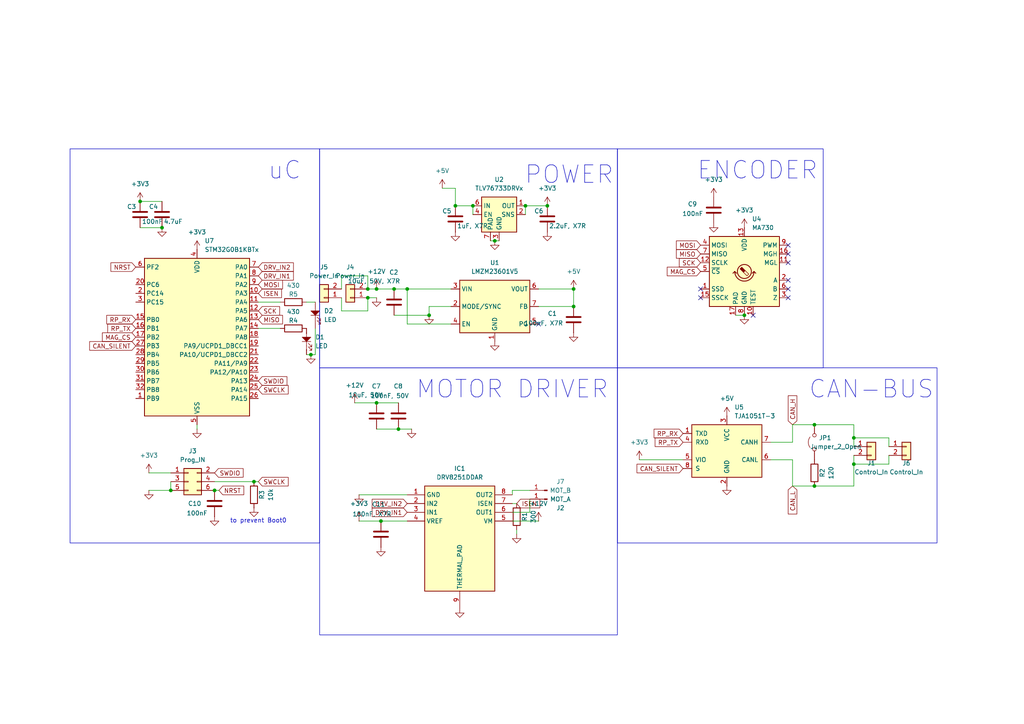
<source format=kicad_sch>
(kicad_sch (version 20231120) (generator "eeschema") (generator_version "8.0")
  (paper "A4")
  (lib_symbols
    (symbol "Connector:Conn_01x01_Pin" (pin_names (offset 1.016) hide)
      (property "Reference" "J" (at 0 2.54 0))
      (property "Value" "Conn_01x01_Pin" (at 0 -2.54 0))
      (symbol "Conn_01x01_Pin_1_1"
        (polyline (pts (xy 1.27 0) (xy 0.8636 0)) (stroke (width 0.1524)))
        (rectangle (start 0.8636 0.127) (end 0 -0.127) (stroke (width 0.1524)) (fill (type outline)))
        (pin passive line (at 5.08 0 180) (length 3.81) (name "Pin_1") (number "1"))
      )
    )
    (symbol "Connector_Generic:Conn_01x02" (pin_names (offset 1.016) hide)
      (property "Reference" "J" (at 0 2.54 0))
      (property "Value" "Conn_01x02" (at 0 -5.08 0))
      (symbol "Conn_01x02_1_1"
        (rectangle (start -1.27 -2.413) (end 0 -2.667) (stroke (width 0.1524)))
        (rectangle (start -1.27 0.127) (end 0 -0.127) (stroke (width 0.1524)))
        (rectangle (start -1.27 1.27) (end 1.27 -3.81) (stroke (width 0.254)) (fill (type background)))
        (pin passive line (at -5.08 0 0) (length 3.81) (name "Pin_1") (number "1"))
        (pin passive line (at -5.08 -2.54 0) (length 3.81) (name "Pin_2") (number "2"))
      )
    )
    (symbol "Connector_Generic:Conn_02x03_Odd_Even" (pin_names (offset 1.016) hide)
      (property "Reference" "J" (at 1.27 5.08 0))
      (property "Value" "Conn_02x03_Odd_Even" (at 1.27 -5.08 0))
      (symbol "Conn_02x03_Odd_Even_1_1"
        (rectangle (start -1.27 -2.413) (end 0 -2.667) (stroke (width 0.1524)))
        (rectangle (start -1.27 0.127) (end 0 -0.127) (stroke (width 0.1524)))
        (rectangle (start -1.27 2.667) (end 0 2.413) (stroke (width 0.1524)))
        (rectangle (start -1.27 3.81) (end 3.81 -3.81) (stroke (width 0.254)) (fill (type background)))
        (rectangle (start 3.81 -2.413) (end 2.54 -2.667) (stroke (width 0.1524)))
        (rectangle (start 3.81 0.127) (end 2.54 -0.127) (stroke (width 0.1524)))
        (rectangle (start 3.81 2.667) (end 2.54 2.413) (stroke (width 0.1524)))
        (pin passive line (at -5.08 2.54 0) (length 3.81) (name "Pin_1") (number "1"))
        (pin passive line (at 7.62 2.54 180) (length 3.81) (name "Pin_2") (number "2"))
        (pin passive line (at -5.08 0 0) (length 3.81) (name "Pin_3") (number "3"))
        (pin passive line (at 7.62 0 180) (length 3.81) (name "Pin_4") (number "4"))
        (pin passive line (at -5.08 -2.54 0) (length 3.81) (name "Pin_5") (number "5"))
        (pin passive line (at 7.62 -2.54 180) (length 3.81) (name "Pin_6") (number "6"))
      )
    )
    (symbol "Device:C" (pin_numbers hide) (pin_names (offset 0.254))
      (property "Reference" "C" (at 0.635 2.54 0))
      (property "Value" "C" (at 0.635 -2.54 0))
      (symbol "C_0_1"
        (polyline (pts (xy -2.032 -0.762) (xy 2.032 -0.762)) (stroke (width 0.508)))
        (polyline (pts (xy -2.032 0.762) (xy 2.032 0.762)) (stroke (width 0.508)))
      )
      (symbol "C_1_1"
        (pin passive line (at 0 3.81 270) (length 2.794) (name "~") (number "1"))
        (pin passive line (at 0 -3.81 90) (length 2.794) (name "~") (number "2"))
      )
    )
    (symbol "Device:R" (pin_numbers hide) (pin_names (offset 0))
      (property "Reference" "R" (at 2.032 0 90))
      (property "Value" "R" (at 0 0 90))
      (symbol "R_0_1"
        (rectangle (start -1.016 -2.54) (end 1.016 2.54) (stroke (width 0.254)))
      )
      (symbol "R_1_1"
        (pin passive line (at 0 3.81 270) (length 1.27) (name "~") (number "1"))
        (pin passive line (at 0 -3.81 90) (length 1.27) (name "~") (number "2"))
      )
    )
    (symbol "Interface_CAN_LIN:TJA1051T-3" (pin_names (offset 1.016))
      (property "Reference" "U" (at -10.16 8.89 0))
      (property "Value" "TJA1051T-3" (at 1.27 8.89 0))
      (symbol "TJA1051T-3_0_1"
        (rectangle (start -10.16 7.62) (end 10.16 -7.62) (stroke (width 0.254)) (fill (type background)))
      )
      (symbol "TJA1051T-3_1_1"
        (pin input line (at -12.7 5.08 0) (length 2.54) (name "TXD") (number "1"))
        (pin power_in line (at 0 -10.16 90) (length 2.54) (name "GND") (number "2"))
        (pin power_in line (at 0 10.16 270) (length 2.54) (name "VCC") (number "3"))
        (pin output line (at -12.7 2.54 0) (length 2.54) (name "RXD") (number "4"))
        (pin power_in line (at -12.7 -2.54 0) (length 2.54) (name "VIO") (number "5"))
        (pin bidirectional line (at 12.7 -2.54 180) (length 2.54) (name "CANL") (number "6"))
        (pin bidirectional line (at 12.7 2.54 180) (length 2.54) (name "CANH") (number "7"))
        (pin input line (at -12.7 -5.08 0) (length 2.54) (name "S") (number "8"))
      )
    )
    (symbol "Jumper:Jumper_2_Open" (pin_numbers hide) (pin_names (offset 0) hide) (exclude_from_sim yes)
      (property "Reference" "JP" (at 0 2.794 0))
      (property "Value" "Jumper_2_Open" (at 0 -2.286 0))
      (symbol "Jumper_2_Open_0_0"
        (circle (center -2.032 0) (radius 0.508))
        (circle (center 2.032 0) (radius 0.508))
      )
      (symbol "Jumper_2_Open_0_1"
        (arc (start 1.524 1.27) (mid 0 1.778) (end -1.524 1.27))
      )
      (symbol "Jumper_2_Open_1_1"
        (pin passive line (at -5.08 0 0) (length 2.54) (name "A") (number "1"))
        (pin passive line (at 5.08 0 180) (length 2.54) (name "B") (number "2"))
      )
    )
    (symbol "MCU_ST_STM32G0:STM32G0B1KBTx"
      (property "Reference" "U" (at -15.24 24.13 0))
      (property "Value" "STM32G0B1KBTx" (at 2.54 24.13 0))
      (symbol "STM32G0B1KBTx_0_1"
        (rectangle (start -15.24 -22.86) (end 15.24 22.86) (stroke (width 0.254)) (fill (type background)))
      )
      (symbol "STM32G0B1KBTx_1_1"
        (pin bidirectional line (at -17.78 -17.78 0) (length 2.54) (name "PB9") (number "1"))
        (pin bidirectional line (at 17.78 12.7 180) (length 2.54) (name "PA3") (number "10"))
        (pin bidirectional line (at 17.78 10.16 180) (length 2.54) (name "PA4") (number "11"))
        (pin bidirectional line (at 17.78 7.62 180) (length 2.54) (name "PA5") (number "12"))
        (pin bidirectional line (at 17.78 5.08 180) (length 2.54) (name "PA6") (number "13"))
        (pin bidirectional line (at 17.78 2.54 180) (length 2.54) (name "PA7") (number "14"))
        (pin bidirectional line (at -17.78 5.08 0) (length 2.54) (name "PB0") (number "15"))
        (pin bidirectional line (at -17.78 2.54 0) (length 2.54) (name "PB1") (number "16"))
        (pin bidirectional line (at -17.78 0 0) (length 2.54) (name "PB2") (number "17"))
        (pin bidirectional line (at 17.78 0 180) (length 2.54) (name "PA8") (number "18"))
        (pin bidirectional line (at 17.78 -2.54 180) (length 2.54) (name "PA9/UCPD1_DBCC1") (number "19"))
        (pin bidirectional line (at -17.78 12.7 0) (length 2.54) (name "PC14") (number "2"))
        (pin bidirectional line (at -17.78 15.24 0) (length 2.54) (name "PC6") (number "20"))
        (pin bidirectional line (at 17.78 -5.08 180) (length 2.54) (name "PA10/UCPD1_DBCC2") (number "21"))
        (pin bidirectional line (at 17.78 -7.62 180) (length 2.54) (name "PA11/PA9") (number "22"))
        (pin bidirectional line (at 17.78 -10.16 180) (length 2.54) (name "PA12/PA10") (number "23"))
        (pin bidirectional line (at 17.78 -12.7 180) (length 2.54) (name "PA13") (number "24"))
        (pin bidirectional line (at 17.78 -15.24 180) (length 2.54) (name "PA14") (number "25"))
        (pin bidirectional line (at 17.78 -17.78 180) (length 2.54) (name "PA15") (number "26"))
        (pin bidirectional line (at -17.78 -2.54 0) (length 2.54) (name "PB3") (number "27"))
        (pin bidirectional line (at -17.78 -5.08 0) (length 2.54) (name "PB4") (number "28"))
        (pin bidirectional line (at -17.78 -7.62 0) (length 2.54) (name "PB5") (number "29"))
        (pin bidirectional line (at -17.78 10.16 0) (length 2.54) (name "PC15") (number "3"))
        (pin bidirectional line (at -17.78 -10.16 0) (length 2.54) (name "PB6") (number "30"))
        (pin bidirectional line (at -17.78 -12.7 0) (length 2.54) (name "PB7") (number "31"))
        (pin bidirectional line (at -17.78 -15.24 0) (length 2.54) (name "PB8") (number "32"))
        (pin power_in line (at 0 25.4 270) (length 2.54) (name "VDD") (number "4"))
        (pin power_in line (at 0 -25.4 90) (length 2.54) (name "VSS") (number "5"))
        (pin bidirectional line (at -17.78 20.32 0) (length 2.54) (name "PF2") (number "6"))
        (pin bidirectional line (at 17.78 20.32 180) (length 2.54) (name "PA0") (number "7"))
        (pin bidirectional line (at 17.78 17.78 180) (length 2.54) (name "PA1") (number "8"))
        (pin bidirectional line (at 17.78 15.24 180) (length 2.54) (name "PA2") (number "9"))
      )
    )
    (symbol "PCM_SL_Devices:LED"
      (property "Reference" "D" (at -0.508 5.334 0))
      (property "Value" "LED" (at -0.508 2.794 0))
      (symbol "LED_0_1"
        (polyline (pts (xy -1.27 0) (xy -2.54 0)))
        (polyline (pts (xy 0 1.27) (xy 0 -1.27)))
        (polyline (pts (xy 0.508 0.508) (xy 1.524 1.524)))
        (polyline (pts (xy 1.27 0) (xy 2.54 0)))
        (polyline (pts (xy 1.524 0.508) (xy 2.54 1.524)))
        (polyline (pts (xy 1.524 1.524) (xy 0.889 1.524)))
        (polyline (pts (xy 1.524 1.524) (xy 1.524 0.889)))
        (polyline (pts (xy 2.54 1.524) (xy 1.905 1.524)))
        (polyline (pts (xy 2.54 1.524) (xy 2.54 0.889)))
        (polyline (pts (xy 0 0) (xy -1.27 -1.27) (xy -1.27 1.27) (xy 0 0) (xy 1.27 0)) (fill (type outline)))
      )
      (symbol "LED_1_1"
        (pin passive line (at 3.81 0 180) (length 1.5) (name "~") (number "1"))
        (pin passive line (at -3.81 0 0) (length 1.5) (name "") (number "2"))
      )
    )
    (symbol "Regulator_Linear:TLV76733DRVx"
      (property "Reference" "U" (at 0 8.89 0))
      (property "Value" "TLV76733DRVx" (at 0 6.35 0))
      (symbol "TLV76733DRVx_0_1"
        (rectangle (start -5.08 -5.08) (end 5.08 5.08) (stroke (width 0.254)) (fill (type background)))
      )
      (symbol "TLV76733DRVx_1_1"
        (pin power_out line (at 7.62 2.54 180) (length 2.54) (name "OUT") (number "1"))
        (pin input line (at 7.62 0 180) (length 2.54) (name "SNS") (number "2"))
        (pin power_in line (at 0 -7.62 90) (length 2.54) (name "GND") (number "3"))
        (pin input line (at -7.62 0 0) (length 2.54) (name "EN") (number "4"))
        (pin passive line (at 0 -7.62 90) (length 2.54) hide (name "GND") (number "5"))
        (pin power_in line (at -7.62 2.54 0) (length 2.54) (name "IN") (number "6"))
        (pin passive line (at -2.54 -7.62 90) (length 2.54) (name "PAD") (number "7"))
      )
    )
    (symbol "Regulator_Switching:LMZM23601V5"
      (property "Reference" "U" (at -8.89 8.89 0))
      (property "Value" "LMZM23601V5" (at 6.35 8.89 0))
      (symbol "LMZM23601V5_0_1"
        (rectangle (start -10.16 7.62) (end 10.16 -7.62) (stroke (width 0.254)) (fill (type background)))
      )
      (symbol "LMZM23601V5_1_1"
        (pin power_in line (at 0 -10.16 90) (length 2.54) (name "GND") (number "1"))
        (pin no_connect line (at -2.54 -7.62 90) (length 2.54) hide (name "~") (number "10"))
        (pin passive line (at 0 -10.16 90) (length 2.54) hide (name "GND") (number "11"))
        (pin input line (at -12.7 0 0) (length 2.54) (name "MODE/SYNC") (number "2"))
        (pin power_in line (at -12.7 5.08 0) (length 2.54) (name "VIN") (number "3"))
        (pin input line (at -12.7 -5.08 0) (length 2.54) (name "EN") (number "4"))
        (pin open_collector line (at 12.7 -5.08 180) (length 2.54) (name "PG") (number "5"))
        (pin power_out line (at 12.7 5.08 180) (length 2.54) (name "VOUT") (number "6"))
        (pin input line (at 12.7 0 180) (length 2.54) (name "FB") (number "7"))
        (pin no_connect line (at 5.08 -7.62 90) (length 2.54) hide (name "~") (number "8"))
        (pin no_connect line (at 2.54 -7.62 90) (length 2.54) hide (name "~") (number "9"))
      )
    )
    (symbol "Sensor_Magnetic:MA730"
      (property "Reference" "U" (at -10.16 11.43 0))
      (property "Value" "MA730" (at 10.16 11.43 0))
      (symbol "MA730_0_1"
        (rectangle (start -10.16 10.16) (end 10.16 -10.16) (stroke (width 0.254)) (fill (type background)))
        (arc (start -2.794 0) (mid 0 -2.7819) (end 2.794 0) (stroke (width 0.254)))
        (polyline (pts (xy -2.794 0) (xy -3.302 -0.508)) (stroke (width 0.254)))
        (polyline (pts (xy -2.794 0) (xy -2.286 -0.508)) (stroke (width 0.254)))
        (polyline (pts (xy 2.794 0) (xy 2.286 -0.508)) (stroke (width 0.254)))
        (polyline (pts (xy 2.794 0) (xy 3.302 -0.508)) (stroke (width 0.254)))
      )
      (symbol "MA730_1_1"
        (polyline (pts (xy 0.254 0.254) (xy 1.27 -0.762) (xy 0.762 -1.27) (xy -0.254 -0.254)))
        (polyline (pts (xy -0.762 1.27) (xy 0.254 0.254) (xy -0.254 -0.254) (xy -1.27 0.762) (xy -1.016 1.016) (xy -0.762 1.27) (xy -0.635 1.143)) (fill (type outline)))
        (circle (center 0 0) (radius 2.032) (stroke (width 0.254)))
        (pin output line (at -12.7 -5.08 0) (length 2.54) (name "SSD") (number "1"))
        (pin passive line (at 2.54 -12.7 90) (length 2.54) (name "TEST") (number "10"))
        (pin output line (at 12.7 2.54 180) (length 2.54) (name "MGL") (number "11"))
        (pin input line (at -12.7 2.54 0) (length 2.54) (name "SCLK") (number "12"))
        (pin power_in line (at 0 12.7 270) (length 2.54) (name "VDD") (number "13"))
        (pin no_connect line (at 5.08 -10.16 90) (length 2.54) hide (name "NC") (number "14"))
        (pin input line (at -12.7 -7.62 0) (length 2.54) (name "SSCK") (number "15"))
        (pin output line (at 12.7 5.08 180) (length 2.54) (name "MGH") (number "16"))
        (pin input line (at -2.54 -12.7 90) (length 2.54) (name "PAD") (number "17"))
        (pin output line (at 12.7 -2.54 180) (length 2.54) (name "A") (number "2"))
        (pin output line (at 12.7 -7.62 180) (length 2.54) (name "Z") (number "3"))
        (pin input line (at -12.7 7.62 0) (length 2.54) (name "MOSI") (number "4"))
        (pin input line (at -12.7 0 0) (length 2.54) (name "~{CS}") (number "5"))
        (pin output line (at 12.7 -5.08 180) (length 2.54) (name "B") (number "6"))
        (pin output line (at -12.7 5.08 0) (length 2.54) (name "MISO") (number "7"))
        (pin power_in line (at 0 -12.7 90) (length 2.54) (name "GND") (number "8"))
        (pin output line (at 12.7 7.62 180) (length 2.54) (name "PWM") (number "9"))
      )
    )
    (symbol "_Custom:DRV8251DDAR"
      (property "Reference" "IC" (at 26.67 7.62 0))
      (property "Value" "DRV8251DDAR" (at 26.67 5.08 0))
      (symbol "DRV8251DDAR_1_1"
        (rectangle (start 5.08 2.54) (end 25.4 -27.94) (stroke (width 0.254)) (fill (type background)))
        (pin passive line (at 0 0 0) (length 5.08) (name "GND") (number "1"))
        (pin passive line (at 0 -2.54 0) (length 5.08) (name "IN2") (number "2"))
        (pin passive line (at 0 -5.08 0) (length 5.08) (name "IN1") (number "3"))
        (pin passive line (at 0 -7.62 0) (length 5.08) (name "VREF") (number "4"))
        (pin passive line (at 30.48 -7.62 180) (length 5.08) (name "VM") (number "5"))
        (pin passive line (at 30.48 -5.08 180) (length 5.08) (name "OUT1") (number "6"))
        (pin passive line (at 30.48 -2.54 180) (length 5.08) (name "ISEN") (number "7"))
        (pin passive line (at 30.48 0 180) (length 5.08) (name "OUT2") (number "8"))
        (pin passive line (at 15.24 -33.02 90) (length 5.08) (name "THERMAL_PAD") (number "9"))
      )
    )
    (symbol "power:+12V" (power) (pin_numbers hide) (pin_names (offset 0) hide)
      (property "Value" "+12V" (at 0 3.556 0))
      (symbol "+12V_0_1"
        (polyline (pts (xy -0.762 1.27) (xy 0 2.54)))
        (polyline (pts (xy 0 0) (xy 0 2.54)))
        (polyline (pts (xy 0 2.54) (xy 0.762 1.27)))
      )
      (symbol "+12V_1_1"
        (pin power_in line (at 0 0 90) (length 0) (name "~") (number "1"))
      )
    )
    (symbol "power:+3V3" (power) (pin_numbers hide) (pin_names (offset 0) hide)
      (property "Value" "+3V3" (at 0 3.556 0))
      (symbol "+3V3_0_1"
        (polyline (pts (xy -0.762 1.27) (xy 0 2.54)))
        (polyline (pts (xy 0 0) (xy 0 2.54)))
        (polyline (pts (xy 0 2.54) (xy 0.762 1.27)))
      )
      (symbol "+3V3_1_1"
        (pin power_in line (at 0 0 90) (length 0) (name "~") (number "1"))
      )
    )
    (symbol "power:+5V" (power) (pin_numbers hide) (pin_names (offset 0) hide)
      (property "Value" "+5V" (at 0 3.556 0))
      (symbol "+5V_0_1"
        (polyline (pts (xy -0.762 1.27) (xy 0 2.54)))
        (polyline (pts (xy 0 0) (xy 0 2.54)))
        (polyline (pts (xy 0 2.54) (xy 0.762 1.27)))
      )
      (symbol "+5V_1_1"
        (pin power_in line (at 0 0 90) (length 0) (name "~") (number "1"))
      )
    )
    (symbol "power:GND" (power) (pin_numbers hide) (pin_names (offset 0) hide)
      (property "Value" "GND" (at 0 -3.81 0))
      (symbol "GND_0_1"
        (polyline (pts (xy 0 0) (xy 0 -1.27) (xy 1.27 -1.27) (xy 0 -2.54) (xy -1.27 -1.27) (xy 0 -1.27)))
      )
      (symbol "GND_1_1"
        (pin power_in line (at 0 0 270) (length 0) (name "~") (number "1"))
      )
    )
  )
  (junction (at 215.9 91.44))
  (junction (at 109.22 116.84))
  (junction (at 114.3 83.82))
  (junction (at 115.57 124.46))
  (junction (at 62.23 142.24))
  (junction (at 143.51 69.85))
  (junction (at 109.22 83.82))
  (junction (at 152.4 59.69))
  (junction (at 106.68 83.82))
  (junction (at 137.16 59.69))
  (junction (at 73.66 139.7))
  (junction (at 236.22 140.97))
  (junction (at 247.65 127))
  (junction (at 247.65 134.62))
  (junction (at 46.99 66.04))
  (junction (at 106.68 86.36))
  (junction (at 110.49 151.13))
  (junction (at 236.22 123.19))
  (junction (at 132.08 59.69))
  (junction (at 124.46 91.44))
  (junction (at 166.37 88.9))
  (junction (at 118.11 83.82))
  (junction (at 90.17 102.87))
  (junction (at 49.53 142.24))
  (junction (at 166.37 83.82))
  (junction (at 40.64 58.42))
  (junction (at 158.75 59.69))
  (no_connect (at 156.21 93.98))
  (no_connect (at 203.2 86.36))
  (no_connect (at 228.6 81.28))
  (no_connect (at 228.6 71.12))
  (no_connect (at 203.2 83.82))
  (no_connect (at 228.6 73.66))
  (no_connect (at 228.6 86.36))
  (no_connect (at 228.6 83.82))
  (no_connect (at 218.44 91.44))
  (no_connect (at 228.6 76.2))
  (wire (pts (xy 152.4 59.69) (xy 152.4 62.23)))
  (wire (pts (xy 106.68 83.82) (xy 109.22 83.82)))
  (wire (pts (xy 143.51 69.85) (xy 142.24 69.85)))
  (wire (pts (xy 57.15 123.19) (xy 57.15 124.46)))
  (wire (pts (xy 257.81 132.08) (xy 257.81 134.62)))
  (wire (pts (xy 223.52 128.27) (xy 229.87 128.27)))
  (wire (pts (xy 132.08 54.61) (xy 132.08 59.69)))
  (wire (pts (xy 137.16 59.69) (xy 137.16 62.23)))
  (wire (pts (xy 247.65 134.62) (xy 247.65 132.08)))
  (wire (pts (xy 247.65 123.19) (xy 247.65 127)))
  (wire (pts (xy 99.06 86.36) (xy 99.06 90.17)))
  (wire (pts (xy 114.3 83.82) (xy 118.11 83.82)))
  (wire (pts (xy 144.78 69.85) (xy 143.51 69.85)))
  (wire (pts (xy 153.67 148.59) (xy 153.67 144.78)))
  (wire (pts (xy 148.59 142.24) (xy 148.59 143.51)))
  (wire (pts (xy 88.9 87.63) (xy 91.44 87.63)))
  (wire (pts (xy 102.87 116.84) (xy 109.22 116.84)))
  (wire (pts (xy 236.22 123.19) (xy 229.87 123.19)))
  (wire (pts (xy 236.22 140.97) (xy 229.87 140.97)))
  (wire (pts (xy 104.14 151.13) (xy 110.49 151.13)))
  (wire (pts (xy 124.46 88.9) (xy 130.81 88.9)))
  (wire (pts (xy 247.65 127) (xy 247.65 129.54)))
  (wire (pts (xy 49.53 142.24) (xy 49.53 139.7)))
  (wire (pts (xy 118.11 93.98) (xy 130.81 93.98)))
  (wire (pts (xy 40.64 66.04) (xy 46.99 66.04)))
  (wire (pts (xy 166.37 83.82) (xy 156.21 83.82)))
  (wire (pts (xy 149.86 146.05) (xy 148.59 146.05)))
  (wire (pts (xy 257.81 129.54) (xy 257.81 127)))
  (wire (pts (xy 91.44 95.25) (xy 91.44 102.87)))
  (wire (pts (xy 153.67 142.24) (xy 148.59 142.24)))
  (wire (pts (xy 43.18 137.16) (xy 49.53 137.16)))
  (wire (pts (xy 156.21 88.9) (xy 166.37 88.9)))
  (wire (pts (xy 137.16 59.69) (xy 132.08 59.69)))
  (wire (pts (xy 63.5 142.24) (xy 62.23 142.24)))
  (wire (pts (xy 73.66 139.7) (xy 62.23 139.7)))
  (wire (pts (xy 110.49 151.13) (xy 118.11 151.13)))
  (wire (pts (xy 149.86 153.67) (xy 149.86 154.94)))
  (wire (pts (xy 106.68 86.36) (xy 109.22 86.36)))
  (wire (pts (xy 247.65 134.62) (xy 257.81 134.62)))
  (wire (pts (xy 247.65 140.97) (xy 247.65 134.62)))
  (wire (pts (xy 88.9 102.87) (xy 90.17 102.87)))
  (wire (pts (xy 106.68 80.01) (xy 106.68 83.82)))
  (wire (pts (xy 109.22 83.82) (xy 114.3 83.82)))
  (wire (pts (xy 128.27 54.61) (xy 132.08 54.61)))
  (wire (pts (xy 99.06 90.17) (xy 106.68 90.17)))
  (wire (pts (xy 223.52 133.35) (xy 229.87 133.35)))
  (wire (pts (xy 81.28 95.25) (xy 74.93 95.25)))
  (wire (pts (xy 185.42 133.35) (xy 198.12 133.35)))
  (wire (pts (xy 152.4 59.69) (xy 158.75 59.69)))
  (wire (pts (xy 236.22 123.19) (xy 247.65 123.19)))
  (wire (pts (xy 114.3 91.44) (xy 124.46 91.44)))
  (wire (pts (xy 106.68 90.17) (xy 106.68 86.36)))
  (wire (pts (xy 247.65 127) (xy 257.81 127)))
  (wire (pts (xy 124.46 91.44) (xy 124.46 88.9)))
  (wire (pts (xy 40.64 58.42) (xy 46.99 58.42)))
  (wire (pts (xy 81.28 87.63) (xy 74.93 87.63)))
  (wire (pts (xy 115.57 116.84) (xy 109.22 116.84)))
  (wire (pts (xy 166.37 88.9) (xy 166.37 83.82)))
  (wire (pts (xy 229.87 133.35) (xy 229.87 140.97)))
  (wire (pts (xy 119.38 124.46) (xy 115.57 124.46)))
  (wire (pts (xy 74.93 139.7) (xy 73.66 139.7)))
  (wire (pts (xy 118.11 83.82) (xy 118.11 93.98)))
  (wire (pts (xy 148.59 148.59) (xy 153.67 148.59)))
  (wire (pts (xy 104.14 143.51) (xy 118.11 143.51)))
  (wire (pts (xy 213.36 91.44) (xy 215.9 91.44)))
  (wire (pts (xy 91.44 102.87) (xy 90.17 102.87)))
  (wire (pts (xy 229.87 128.27) (xy 229.87 123.19)))
  (wire (pts (xy 118.11 83.82) (xy 130.81 83.82)))
  (wire (pts (xy 156.21 151.13) (xy 148.59 151.13)))
  (wire (pts (xy 236.22 140.97) (xy 247.65 140.97)))
  (wire (pts (xy 99.06 83.82) (xy 99.06 80.01)))
  (wire (pts (xy 115.57 124.46) (xy 109.22 124.46)))
  (wire (pts (xy 99.06 80.01) (xy 106.68 80.01)))
  (wire (pts (xy 43.18 142.24) (xy 49.53 142.24)))
  (rectangle (start 92.71 43.18) (end 179.07 106.68))
  (rectangle (start 179.07 43.18) (end 238.76 106.68))
  (rectangle (start 92.71 106.68) (end 179.07 184.15))
  (rectangle (start 20.32 43.18) (end 92.71 157.48))
  (rectangle (start 179.07 106.68) (end 271.78 157.48))
  (text "CAN-BUS" (at 252.73 113.03 0) (effects (font (size 5.08 5.08))))
  (text "to prevent Boot0" (at 74.93 151.13 0) (effects (font (size 1.27 1.27))))
  (text "POWER" (at 165.1 50.8 0) (effects (font (size 5.08 5.08))))
  (text "uC" (at 82.55 49.53 0) (effects (font (size 5.08 5.08))))
  (text "ENCODER" (at 219.71 49.53 0) (effects (font (size 5.08 5.08))))
  (text "MOTOR DRIVER\n" (at 148.59 113.03 0) (effects (font (size 5.08 5.08))))
  (global_label "DRV_IN1" (shape input) (at 118.11 148.59 180) (property "Intersheetrefs" "${INTERSHEET_REFS}" (effects (hide yes))))
  (global_label "MISO" (shape input) (at 203.2 73.66 180) (property "Intersheetrefs" "${INTERSHEET_REFS}" (effects (hide yes))))
  (global_label "CAN_SILENT" (shape input) (at 198.12 135.89 180) (property "Intersheetrefs" "${INTERSHEET_REFS}" (effects (hide yes))))
  (global_label "SWDIO" (shape input) (at 74.93 110.49 0) (property "Intersheetrefs" "${INTERSHEET_REFS}" (effects (hide yes))))
  (global_label "MAG_CS" (shape input) (at 39.37 97.79 180) (property "Intersheetrefs" "${INTERSHEET_REFS}" (effects (hide yes))))
  (global_label "DRV_IN2" (shape input) (at 118.11 146.05 180) (property "Intersheetrefs" "${INTERSHEET_REFS}" (effects (hide yes))))
  (global_label "MAG_CS" (shape input) (at 203.2 78.74 180) (property "Intersheetrefs" "${INTERSHEET_REFS}" (effects (hide yes))))
  (global_label "ISEN" (shape input) (at 149.86 146.05 0) (property "Intersheetrefs" "${INTERSHEET_REFS}" (effects (hide yes))))
  (global_label "SCK" (shape input) (at 203.2 76.2 180) (property "Intersheetrefs" "${INTERSHEET_REFS}" (effects (hide yes))))
  (global_label "RP_RX" (shape input) (at 198.12 125.73 180) (property "Intersheetrefs" "${INTERSHEET_REFS}" (effects (hide yes))))
  (global_label "DRV_IN1" (shape input) (at 74.93 80.01 0) (property "Intersheetrefs" "${INTERSHEET_REFS}" (effects (hide yes))))
  (global_label "SWCLK" (shape input) (at 74.93 113.03 0) (property "Intersheetrefs" "${INTERSHEET_REFS}" (effects (hide yes))))
  (global_label "DRV_IN2" (shape input) (at 74.93 77.47 0) (property "Intersheetrefs" "${INTERSHEET_REFS}" (effects (hide yes))))
  (global_label "RP_RX" (shape input) (at 39.37 92.71 180) (property "Intersheetrefs" "${INTERSHEET_REFS}" (effects (hide yes))))
  (global_label "CAN_H" (shape input) (at 229.87 123.19 90) (property "Intersheetrefs" "${INTERSHEET_REFS}" (effects (hide yes))))
  (global_label "MISO" (shape input) (at 74.93 92.71 0) (property "Intersheetrefs" "${INTERSHEET_REFS}" (effects (hide yes))))
  (global_label "RP_TX" (shape input) (at 39.37 95.25 180) (property "Intersheetrefs" "${INTERSHEET_REFS}" (effects (hide yes))))
  (global_label "SWCLK" (shape input) (at 74.93 139.7 0) (property "Intersheetrefs" "${INTERSHEET_REFS}" (effects (hide yes))))
  (global_label "CAN_SILENT" (shape input) (at 39.37 100.33 180) (property "Intersheetrefs" "${INTERSHEET_REFS}" (effects (hide yes))))
  (global_label "SCK" (shape input) (at 74.93 90.17 0) (property "Intersheetrefs" "${INTERSHEET_REFS}" (effects (hide yes))))
  (global_label "ISEN" (shape input) (at 74.93 85.09 0) (property "Intersheetrefs" "${INTERSHEET_REFS}" (effects (hide yes))))
  (global_label "MOSI" (shape input) (at 203.2 71.12 180) (property "Intersheetrefs" "${INTERSHEET_REFS}" (effects (hide yes))))
  (global_label "CAN_L" (shape input) (at 229.87 140.97 270) (property "Intersheetrefs" "${INTERSHEET_REFS}" (effects (hide yes))))
  (global_label "MOSI" (shape input) (at 74.93 82.55 0) (property "Intersheetrefs" "${INTERSHEET_REFS}" (effects (hide yes))))
  (global_label "SWDIO" (shape input) (at 62.23 137.16 0) (property "Intersheetrefs" "${INTERSHEET_REFS}" (effects (hide yes))))
  (global_label "NRST" (shape input) (at 63.5 142.24 0) (property "Intersheetrefs" "${INTERSHEET_REFS}" (effects (hide yes))))
  (global_label "RP_TX" (shape input) (at 198.12 128.27 180) (property "Intersheetrefs" "${INTERSHEET_REFS}" (effects (hide yes))))
  (global_label "NRST" (shape input) (at 39.37 77.47 180) (property "Intersheetrefs" "${INTERSHEET_REFS}" (effects (hide yes))))
  (symbol (lib_id "power:+3V3") (at 40.64 58.42 0) (unit 1)
    (property "Reference" "#PWR03" (effects (hide yes)))
    (property "Value" "+3V3" (at 40.64 53.34 0))
    (property "Description" "Power symbol creates a global label with name \"+3V3\"" (effects (hide yes)))
  )
  (symbol (lib_id "power:GND") (at 119.38 124.46 0) (unit 1)
    (property "Reference" "#PWR016" (effects (hide yes)))
    (property "Value" "GND" (effects (hide yes)))
    (property "Description" "Power symbol creates a global label with name \"GND\" , ground" (effects (hide yes)))
  )
  (symbol (lib_id "power:+5V") (at 166.37 83.82 0) (unit 1)
    (property "Reference" "#PWR02" (effects (hide yes)))
    (property "Value" "+5V" (at 166.37 78.74 0))
    (property "Description" "Power symbol creates a global label with name \"+5V\"" (effects (hide yes)))
  )
  (symbol (lib_id "power:GND") (at 132.08 67.31 0) (unit 1)
    (property "Reference" "#PWR09" (effects (hide yes)))
    (property "Value" "GND" (effects (hide yes)))
    (property "Description" "Power symbol creates a global label with name \"GND\" , ground" (effects (hide yes)))
  )
  (symbol (lib_id "Device:C") (at 110.49 154.94 180) (unit 1)
    (property "Reference" "C11" (at 111.76 146.304 0) (effects (justify left)))
    (property "Value" "100nF, X7R" (at 113.538 149.098 0) (effects (justify left)))
    (property "Footprint" "Capacitor_SMD:C_0603_1608Metric" (effects (hide yes)))
    (property "Description" "Unpolarized capacitor" (effects (hide yes)))
  )
  (symbol (lib_id "Device:C") (at 46.99 62.23 0) (unit 1)
    (property "Reference" "C4" (at 43.18 59.944 0) (effects (justify left)))
    (property "Value" "4.7uF" (at 47.498 64.262 0) (effects (justify left)))
    (property "Footprint" "Capacitor_SMD:C_0402_1005Metric" (effects (hide yes)))
    (property "Description" "Unpolarized capacitor" (effects (hide yes)))
  )
  (symbol (lib_id "power:+5V") (at 128.27 54.61 0) (unit 1)
    (property "Reference" "#PWR026" (effects (hide yes)))
    (property "Value" "+5V" (at 128.27 49.53 0))
    (property "Description" "Power symbol creates a global label with name \"+5V\"" (effects (hide yes)))
  )
  (symbol (lib_id "Connector_Generic:Conn_02x03_Odd_Even") (at 54.61 139.7 0) (unit 1)
    (property "Reference" "J3" (at 55.88 130.81 0))
    (property "Value" "Prog_IN" (at 55.88 133.35 0))
    (property "Footprint" "Connector_PinHeader_1.27mm:PinHeader_2x03_P1.27mm_Vertical" (effects (hide yes)))
    (property "Description" "Generic connector, double row, 02x03, odd/even pin numbering scheme (row 1 odd numbers, row 2 even numbers), script generated (kicad-library-utils/schlib/autogen/connector/)" (effects (hide yes)))
  )
  (symbol (lib_id "power:GND") (at 110.49 158.75 0) (unit 1)
    (property "Reference" "#PWR034" (effects (hide yes)))
    (property "Value" "GND" (effects (hide yes)))
    (property "Description" "Power symbol creates a global label with name \"GND\" , ground" (effects (hide yes)))
  )
  (symbol (lib_id "power:+3V3") (at 43.18 137.16 0) (unit 1)
    (property "Reference" "#PWR025" (effects (hide yes)))
    (property "Value" "+3V3" (at 43.18 132.08 0))
    (property "Description" "Power symbol creates a global label with name \"+3V3\"" (effects (hide yes)))
  )
  (symbol (lib_id "power:+3V3") (at 158.75 59.69 0) (unit 1)
    (property "Reference" "#PWR011" (effects (hide yes)))
    (property "Value" "+3V3" (at 158.75 54.61 0))
    (property "Description" "Power symbol creates a global label with name \"+3V3\"" (effects (hide yes)))
  )
  (symbol (lib_id "Device:R") (at 236.22 137.16 0) (mirror y) (unit 1)
    (property "Reference" "R2" (at 238.506 137.16 90))
    (property "Value" "120" (at 241.046 137.16 90))
    (property "Footprint" "Capacitor_SMD:C_0402_1005Metric" (effects (hide yes)))
    (property "Description" "Resistor" (effects (hide yes)))
  )
  (symbol (lib_id "Connector:Conn_01x01_Pin") (at 158.75 144.78 180) (unit 1)
    (property "Reference" "J2" (at 162.56 147.32 0))
    (property "Value" "MOT_A" (at 162.56 144.78 0))
    (property "Footprint" "Connector_Wire:SolderWire-1sqmm_1x01_D1.4mm_OD2.7mm" (effects (hide yes)))
    (property "Description" "Generic connector, single row, 01x01, script generated" (effects (hide yes)))
  )
  (symbol (lib_id "power:+3V3") (at 57.15 72.39 0) (unit 1)
    (property "Reference" "#PWR031" (effects (hide yes)))
    (property "Value" "+3V3" (at 57.15 67.31 0))
    (property "Description" "Power symbol creates a global label with name \"+3V3\"" (effects (hide yes)))
  )
  (symbol (lib_id "Connector_Generic:Conn_01x02") (at 262.89 129.54 0) (unit 1)
    (property "Reference" "J6" (at 262.89 134.366 0))
    (property "Value" "Control_In" (at 262.89 136.906 0))
    (property "Footprint" "Connector_JST:JST_XH_B2B-XH-A_1x02_P2.50mm_Vertical" (effects (hide yes)))
    (property "Description" "Generic connector, single row, 01x02, script generated (kicad-library-utils/schlib/autogen/connector/)" (effects (hide yes)))
  )
  (symbol (lib_id "power:GND") (at 46.99 66.04 0) (unit 1)
    (property "Reference" "#PWR04" (effects (hide yes)))
    (property "Value" "GND" (effects (hide yes)))
    (property "Description" "Power symbol creates a global label with name \"GND\" , ground" (effects (hide yes)))
  )
  (symbol (lib_id "power:GND") (at 109.22 86.36 0) (unit 1)
    (property "Reference" "#PWR07" (effects (hide yes)))
    (property "Value" "GND" (effects (hide yes)))
    (property "Description" "Power symbol creates a global label with name \"GND\" , ground" (effects (hide yes)))
  )
  (symbol (lib_id "power:GND") (at 73.66 147.32 0) (unit 1)
    (property "Reference" "#PWR01" (effects (hide yes)))
    (property "Value" "GND" (effects (hide yes)))
    (property "Description" "Power symbol creates a global label with name \"GND\" , ground" (effects (hide yes)))
  )
  (symbol (lib_id "power:GND") (at 143.51 69.85 0) (unit 1)
    (property "Reference" "#PWR010" (effects (hide yes)))
    (property "Value" "GND" (effects (hide yes)))
    (property "Description" "Power symbol creates a global label with name \"GND\" , ground" (effects (hide yes)))
  )
  (symbol (lib_id "Connector_Generic:Conn_01x02") (at 93.98 86.36 180) (unit 1)
    (property "Reference" "J5" (at 93.98 77.47 0))
    (property "Value" "Power_In" (at 93.98 80.01 0))
    (property "Footprint" "Connector_AMASS:AMASS_XT30UPB-M_1x02_P5.0mm_Vertical" (effects (hide yes)))
    (property "Description" "Generic connector, single row, 01x02, script generated (kicad-library-utils/schlib/autogen/connector/)" (effects (hide yes)))
  )
  (symbol (lib_id "power:+3V3") (at 215.9 66.04 0) (unit 1)
    (property "Reference" "#PWR019" (effects (hide yes)))
    (property "Value" "+3V3" (at 215.9 60.96 0))
    (property "Description" "Power symbol creates a global label with name \"+3V3\"" (effects (hide yes)))
  )
  (symbol (lib_id "power:+12V") (at 109.22 83.82 0) (unit 1)
    (property "Reference" "#PWR08" (effects (hide yes)))
    (property "Value" "+12V" (at 109.22 78.74 0))
    (property "Description" "Power symbol creates a global label with name \"+12V\"" (effects (hide yes)))
  )
  (symbol (lib_id "Device:R") (at 85.09 87.63 90) (mirror x) (unit 1)
    (property "Reference" "R5" (at 85.09 85.344 90))
    (property "Value" "430" (at 85.09 82.804 90))
    (property "Footprint" "Resistor_SMD:R_0402_1005Metric" (effects (hide yes)))
    (property "Description" "Resistor" (effects (hide yes)))
  )
  (symbol (lib_id "Regulator_Linear:TLV76733DRVx") (at 144.78 62.23 0) (unit 1)
    (property "Reference" "U2" (at 144.78 52.07 0))
    (property "Value" "TLV76733DRVx" (at 144.78 54.61 0))
    (property "Footprint" "Package_SON:WSON-6-1EP_2x2mm_P0.65mm_EP1x1.6mm_ThermalVias" (effects (hide yes)))
    (property "Datasheet" "www.ti.com/lit/gpn/TLV767" (effects (hide yes)))
    (property "Description" "1A Precision Linear Voltage Regulator, with enable pin, Fixed Output 3.3V, WSON6" (effects (hide yes)))
  )
  (symbol (lib_id "Connector_Generic:Conn_01x02") (at 252.73 129.54 0) (unit 1)
    (property "Reference" "J1" (at 252.73 134.366 0))
    (property "Value" "Control_In" (at 252.73 136.906 0))
    (property "Footprint" "Connector_JST:JST_XH_B2B-XH-A_1x02_P2.50mm_Vertical" (effects (hide yes)))
    (property "Description" "Generic connector, single row, 01x02, script generated (kicad-library-utils/schlib/autogen/connector/)" (effects (hide yes)))
  )
  (symbol (lib_id "Device:R") (at 85.09 95.25 90) (mirror x) (unit 1)
    (property "Reference" "R4" (at 85.09 92.964 90))
    (property "Value" "430" (at 85.09 90.424 90))
    (property "Footprint" "Resistor_SMD:R_0402_1005Metric" (effects (hide yes)))
    (property "Description" "Resistor" (effects (hide yes)))
  )
  (symbol (lib_id "power:+3V3") (at 104.14 151.13 0) (unit 1)
    (property "Reference" "#PWR032" (effects (hide yes)))
    (property "Value" "+3V3" (at 104.14 146.05 0))
    (property "Description" "Power symbol creates a global label with name \"+3V3\"" (effects (hide yes)))
  )
  (symbol (lib_id "Device:C") (at 115.57 120.65 180) (unit 1)
    (property "Reference" "C8" (at 116.84 112.014 0) (effects (justify left)))
    (property "Value" "100nF, 50V" (at 118.618 114.808 0) (effects (justify left)))
    (property "Footprint" "Capacitor_SMD:C_0603_1608Metric" (effects (hide yes)))
    (property "Description" "Unpolarized capacitor" (effects (hide yes)))
  )
  (symbol (lib_id "power:+3V3") (at 185.42 133.35 0) (unit 1)
    (property "Reference" "#PWR029" (effects (hide yes)))
    (property "Value" "+3V3" (at 185.42 128.27 0))
    (property "Description" "Power symbol creates a global label with name \"+3V3\"" (effects (hide yes)))
  )
  (symbol (lib_id "Connector_Generic:Conn_01x02") (at 101.6 86.36 180) (unit 1)
    (property "Reference" "J4" (at 101.6 77.47 0))
    (property "Value" "Power_In" (at 101.6 80.01 0))
    (property "Footprint" "Connector_AMASS:AMASS_XT30UPB-M_1x02_P5.0mm_Vertical" (effects (hide yes)))
    (property "Description" "Generic connector, single row, 01x02, script generated (kicad-library-utils/schlib/autogen/connector/)" (effects (hide yes)))
  )
  (symbol (lib_id "Device:R") (at 149.86 149.86 0) (mirror y) (unit 1)
    (property "Reference" "R1" (at 152.146 149.86 90))
    (property "Value" "300" (at 154.686 149.86 90))
    (property "Footprint" "Resistor_SMD:R_0402_1005Metric" (effects (hide yes)))
    (property "Description" "Resistor" (effects (hide yes)))
  )
  (symbol (lib_id "power:+3V3") (at 207.01 57.15 0) (unit 1)
    (property "Reference" "#PWR014" (effects (hide yes)))
    (property "Value" "+3V3" (at 207.01 52.07 0))
    (property "Description" "Power symbol creates a global label with name \"+3V3\"" (effects (hide yes)))
  )
  (symbol (lib_id "PCM_SL_Devices:LED") (at 91.44 91.44 270) (unit 1)
    (property "Reference" "D2" (at 93.98 90.1699 90) (effects (justify left)))
    (property "Value" "LED" (at 93.98 92.7099 90) (effects (justify left)))
    (property "Footprint" "LED_SMD:LED_0402_1005Metric" (effects (hide yes)))
    (property "Description" "Common 5mm diameter LED" (effects (hide yes)))
  )
  (symbol (lib_id "power:GND") (at 215.9 91.44 0) (unit 1)
    (property "Reference" "#PWR020" (effects (hide yes)))
    (property "Value" "GND" (effects (hide yes)))
    (property "Description" "Power symbol creates a global label with name \"GND\" , ground" (effects (hide yes)))
  )
  (symbol (lib_id "Device:C") (at 166.37 92.71 180) (unit 1)
    (property "Reference" "C1" (at 161.544 90.932 0) (effects (justify left)))
    (property "Value" "100nF, X7R" (at 163.322 93.726 0) (effects (justify left)))
    (property "Footprint" "Capacitor_SMD:C_0402_1005Metric" (effects (hide yes)))
    (property "Description" "Unpolarized capacitor" (effects (hide yes)))
  )
  (symbol (lib_id "PCM_SL_Devices:LED") (at 88.9 99.06 270) (unit 1)
    (property "Reference" "D1" (at 91.44 97.7899 90) (effects (justify left)))
    (property "Value" "LED" (at 91.44 100.3299 90) (effects (justify left)))
    (property "Footprint" "LED_SMD:LED_0402_1005Metric" (effects (hide yes)))
    (property "Description" "Common 5mm diameter LED" (effects (hide yes)))
  )
  (symbol (lib_id "Connector:Conn_01x01_Pin") (at 158.75 142.24 180) (unit 1)
    (property "Reference" "J7" (at 162.56 139.7 0))
    (property "Value" "MOT_B" (at 162.56 142.24 0))
    (property "Footprint" "Connector_Wire:SolderWire-1sqmm_1x01_D1.4mm_OD2.7mm" (effects (hide yes)))
    (property "Description" "Generic connector, single row, 01x01, script generated" (effects (hide yes)))
  )
  (symbol (lib_id "power:GND") (at 57.15 124.46 0) (unit 1)
    (property "Reference" "#PWR06" (effects (hide yes)))
    (property "Value" "GND" (effects (hide yes)))
    (property "Description" "Power symbol creates a global label with name \"GND\" , ground" (effects (hide yes)))
  )
  (symbol (lib_id "Jumper:Jumper_2_Open") (at 236.22 128.27 90) (unit 1) (exclude_from_sim yes)
    (property "Reference" "JP1" (at 237.49 126.9999 90) (effects (justify right)))
    (property "Value" "Jumper_2_Open" (at 234.95 129.54 90) (effects (justify right)))
    (property "Footprint" "Jumper:SolderJumper-2_P1.3mm_Open_Pad1.0x1.5mm" (effects (hide yes)))
    (property "Description" "Jumper, 2-pole, open" (effects (hide yes)))
  )
  (symbol (lib_id "power:GND") (at 43.18 142.24 0) (unit 1)
    (property "Reference" "#PWR027" (effects (hide yes)))
    (property "Value" "GND" (effects (hide yes)))
    (property "Description" "Power symbol creates a global label with name \"GND\" , ground" (effects (hide yes)))
  )
  (symbol (lib_id "power:GND") (at 90.17 102.87 0) (unit 1)
    (property "Reference" "#PWR035" (effects (hide yes)))
    (property "Value" "GND" (effects (hide yes)))
    (property "Description" "Power symbol creates a global label with name \"GND\" , ground" (effects (hide yes)))
  )
  (symbol (lib_id "power:GND") (at 158.75 67.31 0) (unit 1)
    (property "Reference" "#PWR012" (effects (hide yes)))
    (property "Value" "GND" (effects (hide yes)))
    (property "Description" "Power symbol creates a global label with name \"GND\" , ground" (effects (hide yes)))
  )
  (symbol (lib_id "power:GND") (at 124.46 91.44 0) (unit 1)
    (property "Reference" "#PWR024" (effects (hide yes)))
    (property "Value" "GND" (effects (hide yes)))
    (property "Description" "Power symbol creates a global label with name \"GND\" , ground" (effects (hide yes)))
  )
  (symbol (lib_id "power:GND") (at 149.86 154.94 0) (unit 1)
    (property "Reference" "#PWR021" (effects (hide yes)))
    (property "Value" "GND" (effects (hide yes)))
    (property "Description" "Power symbol creates a global label with name \"GND\" , ground" (effects (hide yes)))
  )
  (symbol (lib_id "MCU_ST_STM32G0:STM32G0B1KBTx") (at 57.15 97.79 0) (unit 1)
    (property "Reference" "U7" (at 59.3441 69.85 0) (effects (justify left)))
    (property "Value" "STM32G0B1KBTx" (at 59.3441 72.39 0) (effects (justify left)))
    (property "Footprint" "Package_QFP:LQFP-32_7x7mm_P0.8mm" (effects (hide yes)))
    (property "Datasheet" "https://www.st.com/resource/en/datasheet/stm32g0b1kb.pdf" (effects (hide yes)))
    (property "Description" "STMicroelectronics Arm Cortex-M0+ MCU, 128KB flash, 144KB RAM, 64 MHz, 1.7-3.6V, 30 GPIO, LQFP32" (effects (hide yes)))
  )
  (symbol (lib_id "power:+5V") (at 210.82 120.65 0) (unit 1)
    (property "Reference" "#PWR028" (effects (hide yes)))
    (property "Value" "+5V" (at 210.82 115.57 0))
    (property "Description" "Power symbol creates a global label with name \"+5V\"" (effects (hide yes)))
  )
  (symbol (lib_id "Device:C") (at 109.22 120.65 180) (unit 1)
    (property "Reference" "C7" (at 110.49 112.014 0) (effects (justify left)))
    (property "Value" "10uF, 50V" (at 110.998 114.554 0) (effects (justify left)))
    (property "Footprint" "Capacitor_SMD:C_1206_3216Metric" (effects (hide yes)))
    (property "Description" "Unpolarized capacitor" (effects (hide yes)))
  )
  (symbol (lib_id "Interface_CAN_LIN:TJA1051T-3") (at 210.82 130.81 0) (unit 1)
    (property "Reference" "U5" (at 213.0141 118.11 0) (effects (justify left)))
    (property "Value" "TJA1051T-3" (at 213.0141 120.65 0) (effects (justify left)))
    (property "Footprint" "Package_SO:SOIC-8_3.9x4.9mm_P1.27mm" (effects (hide yes)))
    (property "Datasheet" "http://www.nxp.com/docs/en/data-sheet/TJA1051.pdf" (effects (hide yes)))
    (property "Description" "High-Speed CAN Transceiver, separate VIO, silent mode, SOIC-8" (effects (hide yes)))
  )
  (symbol (lib_id "power:+12V") (at 156.21 151.13 0) (unit 1)
    (property "Reference" "#PWR017" (effects (hide yes)))
    (property "Value" "+12V" (at 156.21 146.05 0))
    (property "Description" "Power symbol creates a global label with name \"+12V\"" (effects (hide yes)))
  )
  (symbol (lib_id "power:GND") (at 207.01 64.77 0) (unit 1)
    (property "Reference" "#PWR015" (effects (hide yes)))
    (property "Value" "GND" (effects (hide yes)))
    (property "Description" "Power symbol creates a global label with name \"GND\" , ground" (effects (hide yes)))
  )
  (symbol (lib_id "power:GND") (at 133.35 176.53 0) (unit 1)
    (property "Reference" "#PWR033" (effects (hide yes)))
    (property "Value" "GND" (effects (hide yes)))
    (property "Description" "Power symbol creates a global label with name \"GND\" , ground" (effects (hide yes)))
  )
  (symbol (lib_id "Device:C") (at 158.75 63.5 0) (unit 1)
    (property "Reference" "C6" (at 154.94 61.214 0) (effects (justify left)))
    (property "Value" "2.2uF, X7R" (at 159.258 65.532 0) (effects (justify left)))
    (property "Footprint" "Capacitor_SMD:C_0402_1005Metric" (effects (hide yes)))
    (property "Description" "Unpolarized capacitor" (effects (hide yes)))
  )
  (symbol (lib_id "Device:C") (at 132.08 63.5 0) (unit 1)
    (property "Reference" "C5" (at 128.27 61.214 0) (effects (justify left)))
    (property "Value" "1uF, X7R" (at 132.588 65.532 0) (effects (justify left)))
    (property "Footprint" "Capacitor_SMD:C_0402_1005Metric" (effects (hide yes)))
    (property "Description" "Unpolarized capacitor" (effects (hide yes)))
  )
  (symbol (lib_id "power:GND") (at 143.51 99.06 0) (unit 1)
    (property "Reference" "#PWR022" (effects (hide yes)))
    (property "Value" "GND" (effects (hide yes)))
    (property "Description" "Power symbol creates a global label with name \"GND\" , ground" (effects (hide yes)))
  )
  (symbol (lib_id "Device:C") (at 40.64 62.23 0) (unit 1)
    (property "Reference" "C3" (at 36.83 59.944 0) (effects (justify left)))
    (property "Value" "100nF" (at 41.148 64.262 0) (effects (justify left)))
    (property "Footprint" "Capacitor_SMD:C_0402_1005Metric" (effects (hide yes)))
    (property "Description" "Unpolarized capacitor" (effects (hide yes)))
  )
  (symbol (lib_id "Regulator_Switching:LMZM23601V5") (at 143.51 88.9 0) (unit 1)
    (property "Reference" "U1" (at 143.51 76.2 0))
    (property "Value" "LMZM23601V5" (at 143.51 78.74 0))
    (property "Footprint" "Package_LGA:Texas_SIL0010A_MicroSiP-10-1EP_3.8x3mm_P0.6mm_EP0.7x2.9mm_ThermalVias" (effects (hide yes)))
    (property "Datasheet" "http://www.ti.com/lit/ds/symlink/lmzm23601.pdf" (effects (hide yes)))
    (property "Description" "1A 5V Step-Down DC/DC Power Module in 3.8x3mm, MicroSIP-10" (effects (hide yes)))
  )
  (symbol (lib_id "Device:C") (at 207.01 60.96 180) (unit 1)
    (property "Reference" "C9" (at 202.184 59.182 0) (effects (justify left)))
    (property "Value" "100nF" (at 203.962 61.976 0) (effects (justify left)))
    (property "Footprint" "Capacitor_SMD:C_0402_1005Metric" (effects (hide yes)))
    (property "Description" "Unpolarized capacitor" (effects (hide yes)))
  )
  (symbol (lib_id "power:GND") (at 104.14 143.51 0) (unit 1)
    (property "Reference" "#PWR018" (effects (hide yes)))
    (property "Value" "GND" (effects (hide yes)))
    (property "Description" "Power symbol creates a global label with name \"GND\" , ground" (effects (hide yes)))
  )
  (symbol (lib_id "power:GND") (at 62.23 149.86 0) (unit 1)
    (property "Reference" "#PWR030" (effects (hide yes)))
    (property "Value" "GND" (effects (hide yes)))
    (property "Description" "Power symbol creates a global label with name \"GND\" , ground" (effects (hide yes)))
  )
  (symbol (lib_id "power:+12V") (at 102.87 116.84 0) (unit 1)
    (property "Reference" "#PWR013" (effects (hide yes)))
    (property "Value" "+12V" (at 102.87 111.76 0))
    (property "Description" "Power symbol creates a global label with name \"+12V\"" (effects (hide yes)))
  )
  (symbol (lib_id "Device:C") (at 62.23 146.05 180) (unit 1)
    (property "Reference" "C10" (at 58.42 146.05 0) (effects (justify left)))
    (property "Value" "100nF" (at 60.198 148.844 0) (effects (justify left)))
    (property "Footprint" "Capacitor_SMD:C_0402_1005Metric" (effects (hide yes)))
    (property "Description" "Unpolarized capacitor" (effects (hide yes)))
  )
  (symbol (lib_id "power:GND") (at 210.82 140.97 0) (unit 1)
    (property "Reference" "#PWR023" (effects (hide yes)))
    (property "Value" "GND" (effects (hide yes)))
    (property "Description" "Power symbol creates a global label with name \"GND\" , ground" (effects (hide yes)))
  )
  (symbol (lib_id "_Custom:DRV8251DDAR") (at 118.11 143.51 0) (unit 1)
    (property "Reference" "IC1" (at 133.35 135.89 0))
    (property "Value" "DRV8251DDAR" (at 133.35 138.43 0))
    (property "Footprint" "_custom:SOIC127P600X170-9N" (effects (hide yes)))
    (property "Datasheet" "https://www.arrow.com/en/products/drv8251ddar/texas-instruments?region=nac" (effects (hide yes)))
    (property "Description" "Motor Drives" (effects (hide yes)))
    (property "Height" "1.7" (effects (hide yes)))
    (property "Mouser Part Number" "595-DRV8251DDAR" (effects (hide yes)))
    (property "Mouser Price/Stock" "https://www.mouser.co.uk/ProductDetail/Texas-Instruments/DRV8251DDAR?qs=doiCPypUmgHTzZyfapGahQ%3D%3D" (effects (hide yes)))
    (property "Manufacturer_Name" "Texas Instruments" (effects (hide yes)))
    (property "Manufacturer_Part_Number" "DRV8251DDAR" (effects (hide yes)))
  )
  (symbol (lib_id "power:GND") (at 166.37 96.52 0) (unit 1)
    (property "Reference" "#PWR05" (effects (hide yes)))
    (property "Value" "GND" (effects (hide yes)))
    (property "Description" "Power symbol creates a global label with name \"GND\" , ground" (effects (hide yes)))
  )
  (symbol (lib_id "Device:R") (at 73.66 143.51 0) (mirror y) (unit 1)
    (property "Reference" "R3" (at 75.946 143.51 90))
    (property "Value" "10k" (at 78.486 143.51 90))
    (property "Footprint" "Resistor_SMD:R_0402_1005Metric" (effects (hide yes)))
    (property "Description" "Resistor" (effects (hide yes)))
  )
  (symbol (lib_id "Sensor_Magnetic:MA730") (at 215.9 78.74 0) (unit 1)
    (property "Reference" "U4" (at 218.0941 63.5 0) (effects (justify left)))
    (property "Value" "MA730" (at 218.0941 66.04 0) (effects (justify left)))
    (property "Footprint" "Package_DFN_QFN:QFN-16-1EP_3x3mm_P0.5mm_EP1.75x1.75mm" (effects (hide yes)))
    (property "Datasheet" "https://www.monolithicpower.com/pub/media/document/m/a/ma730_r1.01.pdf" (effects (hide yes)))
    (property "Description" "Magnetic rotary angle sensor, 14-bit, SPI interface, ABZ, PWM, QFN-16" (effects (hide yes)))
  )
  (symbol (lib_id "Device:C") (at 114.3 87.63 180) (unit 1)
    (property "Reference" "C2" (at 115.57 78.994 0) (effects (justify left)))
    (property "Value" "10uF, 50V, X7R" (at 116.078 81.534 0) (effects (justify left)))
    (property "Footprint" "Capacitor_SMD:C_1206_3216Metric" (effects (hide yes)))
    (property "Description" "Unpolarized capacitor" (effects (hide yes)))
  )
)
</source>
